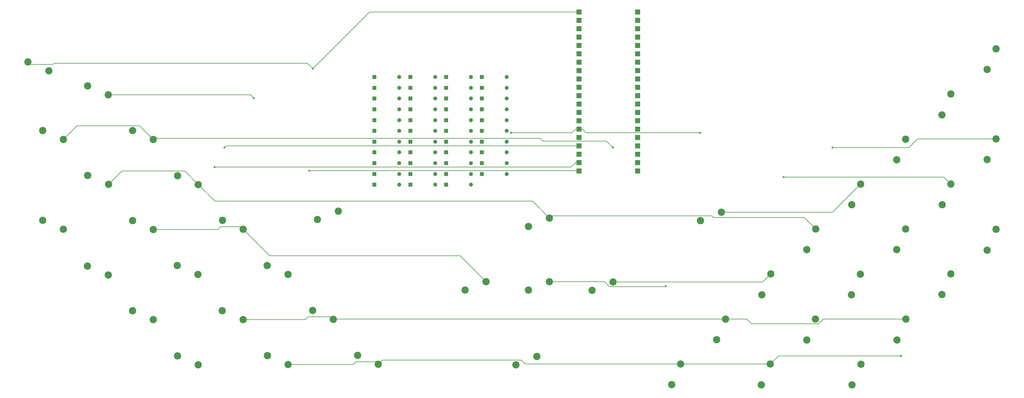
<source format=gbr>
%TF.GenerationSoftware,KiCad,Pcbnew,8.0.8*%
%TF.CreationDate,2025-06-15T20:35:26-04:00*%
%TF.ProjectId,keyboard meow,6b657962-6f61-4726-9420-6d656f772e6b,rev?*%
%TF.SameCoordinates,Original*%
%TF.FileFunction,Copper,L1,Top*%
%TF.FilePolarity,Positive*%
%FSLAX46Y46*%
G04 Gerber Fmt 4.6, Leading zero omitted, Abs format (unit mm)*
G04 Created by KiCad (PCBNEW 8.0.8) date 2025-06-15 20:35:26*
%MOMM*%
%LPD*%
G01*
G04 APERTURE LIST*
%TA.AperFunction,ComponentPad*%
%ADD10R,1.508000X1.508000*%
%TD*%
%TA.AperFunction,ComponentPad*%
%ADD11C,2.200000*%
%TD*%
%TA.AperFunction,ComponentPad*%
%ADD12C,1.238000*%
%TD*%
%TA.AperFunction,ComponentPad*%
%ADD13R,1.238000X1.238000*%
%TD*%
%TA.AperFunction,ViaPad*%
%ADD14C,0.600000*%
%TD*%
%TA.AperFunction,Conductor*%
%ADD15C,0.200000*%
%TD*%
G04 APERTURE END LIST*
D10*
%TO.P,U1,GP0,GP0*%
%TO.N,col1*%
X210286300Y-91528400D03*
%TO.P,U1,GP1,GP1*%
%TO.N,col2*%
X210286300Y-94068400D03*
%TO.P,U1,GND4,GND4*%
%TO.N,unconnected-(U1-PadGND4)*%
X210286300Y-96608400D03*
%TO.P,U1,GP2,GP2*%
%TO.N,col3*%
X210286300Y-99148400D03*
%TO.P,U1,GP3,GP3*%
%TO.N,col4*%
X210286300Y-101688400D03*
%TO.P,U1,GP4,GP4*%
%TO.N,col5*%
X210286300Y-104228400D03*
%TO.P,U1,GP5,GP5*%
%TO.N,row1*%
X210286300Y-106768400D03*
%TO.P,U1,GND5,GND5*%
%TO.N,unconnected-(U1-PadGND5)*%
X210286300Y-109308400D03*
%TO.P,U1,GP6,GP6*%
%TO.N,row3*%
X210286300Y-111848400D03*
%TO.P,U1,GP7,GP7*%
%TO.N,row4*%
X210286300Y-114388400D03*
%TO.P,U1,GP8,GP8*%
%TO.N,row5*%
X210286300Y-116928400D03*
%TO.P,U1,GP9,GP9*%
%TO.N,row6*%
X210286300Y-119468400D03*
%TO.P,U1,GND6,GND6*%
%TO.N,unconnected-(U1-PadGND6)*%
X210286300Y-122008400D03*
%TO.P,U1,GP10,GP10*%
%TO.N,row8*%
X210286300Y-124548400D03*
%TO.P,U1,GP11,GP11*%
%TO.N,col5*%
X210286300Y-127088400D03*
%TO.P,U1,GP12,GP12*%
%TO.N,row7*%
X210286300Y-129628400D03*
%TO.P,U1,GP13,GP13*%
%TO.N,1*%
X210286300Y-132168400D03*
%TO.P,U1,GND7,GND7*%
%TO.N,unconnected-(U1-PadGND7)*%
X210286300Y-134708400D03*
%TO.P,U1,GP14,GP14*%
%TO.N,2*%
X210286300Y-137248400D03*
%TO.P,U1,GP15,GP15*%
%TO.N,3*%
X210286300Y-139788400D03*
%TO.P,U1,VBUS,VBUS*%
%TO.N,unconnected-(U1-PadVBUS)*%
X228066300Y-91528400D03*
%TO.P,U1,VSYS,VSYS*%
%TO.N,unconnected-(U1-PadVSYS)*%
X228066300Y-94068400D03*
%TO.P,U1,GND,GND*%
%TO.N,unconnected-(U1-PadGND)*%
X228066300Y-96608400D03*
%TO.P,U1,3V3_EN,3V3_EN*%
%TO.N,unconnected-(U1-Pad3V3_EN)*%
X228066300Y-99148400D03*
%TO.P,U1,3V3,3V3*%
%TO.N,unconnected-(U1-Pad3V3)*%
X228066300Y-101688400D03*
%TO.P,U1,ADC_VREF,ADC_VREF*%
%TO.N,unconnected-(U1-PadADC_VREF)*%
X228066300Y-104228400D03*
%TO.P,U1,GP28_A2,GP28_A2*%
%TO.N,unconnected-(U1-PadGP28_A2)*%
X228066300Y-106768400D03*
%TO.P,U1,AGND,AGND*%
%TO.N,unconnected-(U1-PadAGND)*%
X228066300Y-109308400D03*
%TO.P,U1,GP27_A1,GP27_A1*%
%TO.N,unconnected-(U1-PadGP27_A1)*%
X228066300Y-111848400D03*
%TO.P,U1,GP26_A0,GP26_A0*%
%TO.N,unconnected-(U1-PadGP26_A0)*%
X228066300Y-114388400D03*
%TO.P,U1,RUN,RUN*%
%TO.N,unconnected-(U1-PadRUN)*%
X228066300Y-116928400D03*
%TO.P,U1,GP22,GP22*%
%TO.N,unconnected-(U1-PadGP22)*%
X228066300Y-119468400D03*
%TO.P,U1,GND2,GND2*%
%TO.N,unconnected-(U1-PadGND2)*%
X228066300Y-122008400D03*
%TO.P,U1,GP21,GP21*%
%TO.N,unconnected-(U1-PadGP21)*%
X228066300Y-124548400D03*
%TO.P,U1,GP20,GP20*%
%TO.N,unconnected-(U1-PadGP20)*%
X228066300Y-127088400D03*
%TO.P,U1,GP19,GP19*%
%TO.N,unconnected-(U1-PadGP19)*%
X228066300Y-129628400D03*
%TO.P,U1,GP18,GP18*%
%TO.N,unconnected-(U1-PadGP18)*%
X228066300Y-132168400D03*
%TO.P,U1,GND3,GND3*%
%TO.N,unconnected-(U1-PadGND3)*%
X228066300Y-134708400D03*
%TO.P,U1,GP17,GP17*%
%TO.N,unconnected-(U1-PadGP17)*%
X228066300Y-137248400D03*
%TO.P,U1,GP16,GP16*%
%TO.N,4*%
X228066300Y-139788400D03*
%TD*%
D11*
%TO.P,SW44,1,1*%
%TO.N,1*%
X94810500Y-198645800D03*
%TO.P,SW44,2,2*%
%TO.N,Net-(D43-A)*%
X88524321Y-195951723D03*
%TD*%
%TO.P,SW43,1,1*%
%TO.N,2*%
X94754600Y-171216200D03*
%TO.P,SW43,2,2*%
%TO.N,Net-(D42-A)*%
X88468421Y-168522123D03*
%TD*%
%TO.P,SW42,1,1*%
%TO.N,3*%
X122031900Y-171164100D03*
%TO.P,SW42,2,2*%
%TO.N,Net-(D21-A)*%
X115745721Y-168470023D03*
%TD*%
%TO.P,SW40,1,1*%
%TO.N,col5*%
X182109900Y-173422600D03*
%TO.P,SW40,2,2*%
%TO.N,Net-(D20-A)*%
X175759900Y-175962600D03*
%TD*%
%TO.P,SW39,1,1*%
%TO.N,col5*%
X253500500Y-152332300D03*
%TO.P,SW39,2,2*%
%TO.N,Net-(D19-A)*%
X247150500Y-154872300D03*
%TD*%
%TO.P,SW38,1,1*%
%TO.N,col5*%
X295754800Y-198436300D03*
%TO.P,SW38,2,2*%
%TO.N,Net-(D18-A)*%
X293060723Y-204722479D03*
%TD*%
%TO.P,SW37,1,1*%
%TO.N,col5*%
X282035200Y-184775500D03*
%TO.P,SW37,2,2*%
%TO.N,Net-(D17-A)*%
X279341123Y-191061679D03*
%TD*%
%TO.P,SW36,1,1*%
%TO.N,col5*%
X295734300Y-143769200D03*
%TO.P,SW36,2,2*%
%TO.N,Net-(D16-A)*%
X293040223Y-150055379D03*
%TD*%
%TO.P,SW35,1,1*%
%TO.N,col5*%
X81171800Y-184885700D03*
%TO.P,SW35,2,2*%
%TO.N,Net-(D15-A)*%
X74885621Y-182191623D03*
%TD*%
%TO.P,SW34,1,1*%
%TO.N,col5*%
X81171800Y-157542800D03*
%TO.P,SW34,2,2*%
%TO.N,Net-(D6-A)*%
X74885621Y-154848723D03*
%TD*%
%TO.P,SW33,1,1*%
%TO.N,col5*%
X108426700Y-157489500D03*
%TO.P,SW33,2,2*%
%TO.N,Net-(D5-A)*%
X102140521Y-154795423D03*
%TD*%
%TO.P,SW32,1,1*%
%TO.N,col4*%
X201316500Y-154068000D03*
%TO.P,SW32,2,2*%
%TO.N,Net-(D22-A)*%
X194966500Y-156608000D03*
%TD*%
%TO.P,SW31,1,1*%
%TO.N,col4*%
X197471600Y-196066500D03*
%TO.P,SW31,2,2*%
%TO.N,Net-(D23-A)*%
X191121600Y-198606500D03*
%TD*%
%TO.P,SW30,1,1*%
%TO.N,col4*%
X336797200Y-130033100D03*
%TO.P,SW30,2,2*%
%TO.N,Net-(D24-A)*%
X334103123Y-136319279D03*
%TD*%
%TO.P,SW29,1,1*%
%TO.N,col4*%
X336751000Y-102675300D03*
%TO.P,SW29,2,2*%
%TO.N,Net-(D25-A)*%
X334056923Y-108961479D03*
%TD*%
%TO.P,SW28,1,1*%
%TO.N,col4*%
X282094100Y-157384600D03*
%TO.P,SW28,2,2*%
%TO.N,Net-(D26-K)*%
X279400023Y-163670779D03*
%TD*%
%TO.P,SW27,1,1*%
%TO.N,col4*%
X67507100Y-171320200D03*
%TO.P,SW27,2,2*%
%TO.N,Net-(D14-A)*%
X61220921Y-168626123D03*
%TD*%
%TO.P,SW26,1,1*%
%TO.N,col4*%
X67587800Y-143854700D03*
%TO.P,SW26,2,2*%
%TO.N,Net-(D7-A)*%
X61301621Y-141160623D03*
%TD*%
%TO.P,SW25,1,1*%
%TO.N,col4*%
X94805400Y-143889400D03*
%TO.P,SW25,2,2*%
%TO.N,Net-(D4-A)*%
X88519221Y-141195323D03*
%TD*%
%TO.P,SW24,1,1*%
%TO.N,col3*%
X220578300Y-173448600D03*
%TO.P,SW24,2,2*%
%TO.N,Net-(D31-K)*%
X214228300Y-175988600D03*
%TD*%
%TO.P,SW23,1,1*%
%TO.N,col3*%
X336783300Y-157508500D03*
%TO.P,SW23,2,2*%
%TO.N,Net-(D30-K)*%
X334089223Y-163794679D03*
%TD*%
%TO.P,SW22,1,1*%
%TO.N,col3*%
X323088200Y-143772000D03*
%TO.P,SW22,2,2*%
%TO.N,Net-(D29-K)*%
X320394123Y-150058179D03*
%TD*%
%TO.P,SW21,1,1*%
%TO.N,col3*%
X323058300Y-116446400D03*
%TO.P,SW21,2,2*%
%TO.N,Net-(D28-K)*%
X320364223Y-122732579D03*
%TD*%
%TO.P,SW20,1,1*%
%TO.N,col3*%
X268433200Y-171045400D03*
%TO.P,SW20,2,2*%
%TO.N,Net-(D27-K)*%
X265739123Y-177331579D03*
%TD*%
%TO.P,SW19,1,1*%
%TO.N,col3*%
X53898300Y-157438700D03*
%TO.P,SW19,2,2*%
%TO.N,Net-(D13-A)*%
X47612121Y-154744623D03*
%TD*%
%TO.P,SW18,1,1*%
%TO.N,col3*%
X53933000Y-130234600D03*
%TO.P,SW18,2,2*%
%TO.N,Net-(D8-A)*%
X47646821Y-127540523D03*
%TD*%
%TO.P,SW17,1,1*%
%TO.N,col3*%
X81148700Y-130223000D03*
%TO.P,SW17,2,2*%
%TO.N,Net-(D3-A)*%
X74862521Y-127528923D03*
%TD*%
%TO.P,SW16,1,1*%
%TO.N,col2*%
X201319200Y-173413900D03*
%TO.P,SW16,2,2*%
%TO.N,Net-(D32-K)*%
X194969200Y-175953900D03*
%TD*%
%TO.P,SW15,1,1*%
%TO.N,col2*%
X323018300Y-171034600D03*
%TO.P,SW15,2,2*%
%TO.N,Net-(D33-K)*%
X320324223Y-177320779D03*
%TD*%
%TO.P,SW14,1,1*%
%TO.N,col2*%
X309367500Y-157397900D03*
%TO.P,SW14,2,2*%
%TO.N,Net-(D34-K)*%
X306673423Y-163684079D03*
%TD*%
%TO.P,SW13,1,1*%
%TO.N,col2*%
X268305900Y-198401600D03*
%TO.P,SW13,2,2*%
%TO.N,Net-(D35-K)*%
X265611823Y-204687779D03*
%TD*%
%TO.P,SW12,1,1*%
%TO.N,col2*%
X241089300Y-198358300D03*
%TO.P,SW12,2,2*%
%TO.N,Net-(D36-K)*%
X238395223Y-204644479D03*
%TD*%
%TO.P,SW11,1,1*%
%TO.N,col2*%
X122082700Y-198540400D03*
%TO.P,SW11,2,2*%
%TO.N,Net-(D12-A)*%
X115796521Y-195846323D03*
%TD*%
%TO.P,SW10,1,1*%
%TO.N,col2*%
X149421900Y-198438200D03*
%TO.P,SW10,2,2*%
%TO.N,Net-(D9-A)*%
X143135721Y-195744123D03*
%TD*%
%TO.P,SW9,1,1*%
%TO.N,col2*%
X67555600Y-116672400D03*
%TO.P,SW9,2,2*%
%TO.N,Net-(D2-A)*%
X61269421Y-113978323D03*
%TD*%
%TO.P,SW8,1,1*%
%TO.N,col1*%
X137294800Y-151994600D03*
%TO.P,SW8,2,2*%
%TO.N,Net-(D41-K)*%
X130944800Y-154534600D03*
%TD*%
%TO.P,SW7,1,1*%
%TO.N,col1*%
X309403600Y-184770900D03*
%TO.P,SW7,2,2*%
%TO.N,Net-(D40-K)*%
X306709523Y-191057079D03*
%TD*%
%TO.P,SW6,2,2*%
%TO.N,Net-(D39-K)*%
X292934623Y-177383679D03*
%TO.P,SW6,1,1*%
%TO.N,col1*%
X295628700Y-171097500D03*
%TD*%
%TO.P,SW5,1,1*%
%TO.N,col1*%
X309336900Y-130131900D03*
%TO.P,SW5,2,2*%
%TO.N,Net-(D38-K)*%
X306642823Y-136418079D03*
%TD*%
%TO.P,SW4,2,2*%
%TO.N,Net-(D37-K)*%
X252048123Y-191021379D03*
%TO.P,SW4,1,1*%
%TO.N,col1*%
X254742200Y-184735200D03*
%TD*%
%TO.P,SW3,1,1*%
%TO.N,col1*%
X108393300Y-184903000D03*
%TO.P,SW3,2,2*%
%TO.N,Net-(D11-A)*%
X102107121Y-182208923D03*
%TD*%
%TO.P,SW2,1,1*%
%TO.N,col1*%
X135770800Y-184798900D03*
%TO.P,SW2,2,2*%
%TO.N,Net-(D10-A)*%
X129484621Y-182104823D03*
%TD*%
%TO.P,SW1,2,2*%
%TO.N,Net-(D1-A)*%
X49466179Y-109374077D03*
%TO.P,SW1,1,1*%
%TO.N,col1*%
X43180000Y-106680000D03*
%TD*%
D12*
%TO.P,D43,A*%
%TO.N,N/C*%
X188376500Y-140689100D03*
D13*
%TO.P,D43,K*%
X180839500Y-140689100D03*
%TD*%
D12*
%TO.P,D42,A*%
%TO.N,N/C*%
X188376500Y-137419100D03*
D13*
%TO.P,D42,K*%
X180839500Y-137419100D03*
%TD*%
D12*
%TO.P,D41,A*%
%TO.N,N/C*%
X188376500Y-134149100D03*
D13*
%TO.P,D41,K*%
X180839500Y-134149100D03*
%TD*%
D12*
%TO.P,D40,A*%
%TO.N,N/C*%
X188376500Y-130879100D03*
D13*
%TO.P,D40,K*%
X180839500Y-130879100D03*
%TD*%
D12*
%TO.P,D39,A*%
%TO.N,N/C*%
X188376500Y-127609100D03*
D13*
%TO.P,D39,K*%
X180839500Y-127609100D03*
%TD*%
D12*
%TO.P,D38,A*%
%TO.N,N/C*%
X188376500Y-124339100D03*
D13*
%TO.P,D38,K*%
X180839500Y-124339100D03*
%TD*%
D12*
%TO.P,D37,A*%
%TO.N,N/C*%
X188376500Y-121069100D03*
D13*
%TO.P,D37,K*%
X180839500Y-121069100D03*
%TD*%
D12*
%TO.P,D36,A*%
%TO.N,N/C*%
X188376500Y-117799100D03*
D13*
%TO.P,D36,K*%
X180839500Y-117799100D03*
%TD*%
D12*
%TO.P,D35,A*%
%TO.N,N/C*%
X188376500Y-114529100D03*
D13*
%TO.P,D35,K*%
X180839500Y-114529100D03*
%TD*%
D12*
%TO.P,D34,A*%
%TO.N,N/C*%
X188376500Y-111259100D03*
D13*
%TO.P,D34,K*%
X180839500Y-111259100D03*
%TD*%
D12*
%TO.P,D33,A*%
%TO.N,N/C*%
X177514000Y-143959100D03*
D13*
%TO.P,D33,K*%
X169977000Y-143959100D03*
%TD*%
D12*
%TO.P,D32,A*%
%TO.N,N/C*%
X177514000Y-140689100D03*
D13*
%TO.P,D32,K*%
X169977000Y-140689100D03*
%TD*%
D12*
%TO.P,D31,A*%
%TO.N,N/C*%
X177514000Y-137419100D03*
D13*
%TO.P,D31,K*%
X169977000Y-137419100D03*
%TD*%
D12*
%TO.P,D30,A*%
%TO.N,N/C*%
X177514000Y-134149100D03*
D13*
%TO.P,D30,K*%
X169977000Y-134149100D03*
%TD*%
D12*
%TO.P,D29,A*%
%TO.N,N/C*%
X177514000Y-130879100D03*
D13*
%TO.P,D29,K*%
X169977000Y-130879100D03*
%TD*%
D12*
%TO.P,D28,A*%
%TO.N,N/C*%
X177514000Y-127609100D03*
D13*
%TO.P,D28,K*%
X169977000Y-127609100D03*
%TD*%
D12*
%TO.P,D27,A*%
%TO.N,N/C*%
X177514000Y-124339100D03*
D13*
%TO.P,D27,K*%
X169977000Y-124339100D03*
%TD*%
D12*
%TO.P,D26,A*%
%TO.N,N/C*%
X177514000Y-121069100D03*
D13*
%TO.P,D26,K*%
X169977000Y-121069100D03*
%TD*%
D12*
%TO.P,D25,A*%
%TO.N,N/C*%
X177514000Y-117799100D03*
D13*
%TO.P,D25,K*%
X169977000Y-117799100D03*
%TD*%
D12*
%TO.P,D24,A*%
%TO.N,N/C*%
X177514000Y-114529100D03*
D13*
%TO.P,D24,K*%
X169977000Y-114529100D03*
%TD*%
D12*
%TO.P,D23,A*%
%TO.N,N/C*%
X177514000Y-111259100D03*
D13*
%TO.P,D23,K*%
X169977000Y-111259100D03*
%TD*%
D12*
%TO.P,D22,A*%
%TO.N,N/C*%
X166651500Y-143959100D03*
D13*
%TO.P,D22,K*%
X159114500Y-143959100D03*
%TD*%
D12*
%TO.P,D21,A*%
%TO.N,N/C*%
X166651500Y-140689100D03*
D13*
%TO.P,D21,K*%
X159114500Y-140689100D03*
%TD*%
D12*
%TO.P,D20,A*%
%TO.N,N/C*%
X166651500Y-137419100D03*
D13*
%TO.P,D20,K*%
X159114500Y-137419100D03*
%TD*%
D12*
%TO.P,D19,A*%
%TO.N,N/C*%
X166651500Y-134149100D03*
D13*
%TO.P,D19,K*%
X159114500Y-134149100D03*
%TD*%
D12*
%TO.P,D18,A*%
%TO.N,N/C*%
X166651500Y-130879100D03*
D13*
%TO.P,D18,K*%
X159114500Y-130879100D03*
%TD*%
D12*
%TO.P,D17,A*%
%TO.N,N/C*%
X166651500Y-127609100D03*
D13*
%TO.P,D17,K*%
X159114500Y-127609100D03*
%TD*%
D12*
%TO.P,D16,A*%
%TO.N,N/C*%
X166651500Y-124339100D03*
D13*
%TO.P,D16,K*%
X159114500Y-124339100D03*
%TD*%
D12*
%TO.P,D15,A*%
%TO.N,N/C*%
X166651500Y-121069100D03*
D13*
%TO.P,D15,K*%
X159114500Y-121069100D03*
%TD*%
D12*
%TO.P,D14,A*%
%TO.N,N/C*%
X166651500Y-117799100D03*
D13*
%TO.P,D14,K*%
X159114500Y-117799100D03*
%TD*%
D12*
%TO.P,D13,A*%
%TO.N,N/C*%
X166651500Y-114529100D03*
D13*
%TO.P,D13,K*%
X159114500Y-114529100D03*
%TD*%
D12*
%TO.P,D12,A*%
%TO.N,N/C*%
X166651500Y-111259100D03*
D13*
%TO.P,D12,K*%
X159114500Y-111259100D03*
%TD*%
D12*
%TO.P,D11,A*%
%TO.N,N/C*%
X155789000Y-143959100D03*
D13*
%TO.P,D11,K*%
X148252000Y-143959100D03*
%TD*%
D12*
%TO.P,D10,A*%
%TO.N,N/C*%
X155789000Y-140689100D03*
D13*
%TO.P,D10,K*%
X148252000Y-140689100D03*
%TD*%
D12*
%TO.P,D9,A*%
%TO.N,N/C*%
X155789000Y-137419100D03*
D13*
%TO.P,D9,K*%
X148252000Y-137419100D03*
%TD*%
D12*
%TO.P,D8,A*%
%TO.N,N/C*%
X155789000Y-134149100D03*
D13*
%TO.P,D8,K*%
X148252000Y-134149100D03*
%TD*%
D12*
%TO.P,D7,A*%
%TO.N,N/C*%
X155789000Y-130879100D03*
D13*
%TO.P,D7,K*%
X148252000Y-130879100D03*
%TD*%
D12*
%TO.P,D6,A*%
%TO.N,N/C*%
X155789000Y-127609100D03*
D13*
%TO.P,D6,K*%
X148252000Y-127609100D03*
%TD*%
D12*
%TO.P,D5,A*%
%TO.N,N/C*%
X155789000Y-124339100D03*
D13*
%TO.P,D5,K*%
X148252000Y-124339100D03*
%TD*%
D12*
%TO.P,D4,A*%
%TO.N,N/C*%
X155789000Y-121069100D03*
D13*
%TO.P,D4,K*%
X148252000Y-121069100D03*
%TD*%
D12*
%TO.P,D3,A*%
%TO.N,N/C*%
X155789000Y-117799100D03*
D13*
%TO.P,D3,K*%
X148252000Y-117799100D03*
%TD*%
D12*
%TO.P,D2,A*%
%TO.N,N/C*%
X155789000Y-114529100D03*
D13*
%TO.P,D2,K*%
X148252000Y-114529100D03*
%TD*%
D12*
%TO.P,D1,A*%
%TO.N,N/C*%
X155789000Y-111259100D03*
D13*
%TO.P,D1,K*%
X148252000Y-111259100D03*
%TD*%
D14*
%TO.N,1*%
X102796300Y-132647000D03*
%TO.N,2*%
X99822200Y-138631000D03*
%TO.N,3*%
X128517800Y-139694300D03*
%TO.N,col5*%
X247046100Y-128144100D03*
X189591200Y-128202200D03*
%TO.N,col4*%
X287190500Y-132647000D03*
%TO.N,col3*%
X220578300Y-132647000D03*
X272320000Y-141623000D03*
%TO.N,col2*%
X236630800Y-174789800D03*
X111718600Y-117687000D03*
X308009200Y-195913100D03*
%TO.N,col1*%
X129563200Y-108711000D03*
%TD*%
D15*
%TO.N,1*%
X103274900Y-132168400D02*
X102796300Y-132647000D01*
X210286300Y-132168400D02*
X103274900Y-132168400D01*
%TO.N,2*%
X207848000Y-138631000D02*
X99822200Y-138631000D01*
X209230600Y-137248400D02*
X207848000Y-138631000D01*
X210286300Y-137248400D02*
X209230600Y-137248400D01*
%TO.N,3*%
X209136500Y-139694300D02*
X128517800Y-139694300D01*
X209230600Y-139788400D02*
X209136500Y-139694300D01*
X210286300Y-139788400D02*
X209230600Y-139788400D01*
%TO.N,col5*%
X100767000Y-157542800D02*
X81171800Y-157542800D01*
X101581100Y-156728700D02*
X100767000Y-157542800D01*
X107665900Y-156728700D02*
X101581100Y-156728700D01*
X108426700Y-157489500D02*
X107665900Y-156728700D01*
X212397700Y-128144100D02*
X247046100Y-128144100D01*
X211342000Y-127088400D02*
X212397700Y-128144100D01*
X210286300Y-127088400D02*
X211342000Y-127088400D01*
X287171200Y-152332300D02*
X295734300Y-143769200D01*
X253500500Y-152332300D02*
X287171200Y-152332300D01*
X208116800Y-128202200D02*
X209230600Y-127088400D01*
X189591200Y-128202200D02*
X208116800Y-128202200D01*
X210286300Y-127088400D02*
X209230600Y-127088400D01*
X174236200Y-165548900D02*
X182109900Y-173422600D01*
X116486100Y-165548900D02*
X174236200Y-165548900D01*
X108426700Y-157489500D02*
X116486100Y-165548900D01*
%TO.N,col4*%
X278626700Y-153917200D02*
X282094100Y-157384600D01*
X251071900Y-153917200D02*
X278626700Y-153917200D01*
X250608600Y-153453900D02*
X251071900Y-153917200D01*
X201930600Y-153453900D02*
X250608600Y-153453900D01*
X201316500Y-154068000D02*
X201930600Y-153453900D01*
X90706400Y-139790400D02*
X94805400Y-143889400D01*
X71652100Y-139790400D02*
X90706400Y-139790400D01*
X67587800Y-143854700D02*
X71652100Y-139790400D01*
X196205500Y-148957000D02*
X201316500Y-154068000D01*
X99873000Y-148957000D02*
X196205500Y-148957000D01*
X94805400Y-143889400D02*
X99873000Y-148957000D01*
X310399700Y-132647000D02*
X287190500Y-132647000D01*
X313013600Y-130033100D02*
X310399700Y-132647000D01*
X336797200Y-130033100D02*
X313013600Y-130033100D01*
%TO.N,col3*%
X266030000Y-173448600D02*
X220578300Y-173448600D01*
X268433200Y-171045400D02*
X266030000Y-173448600D01*
X77009300Y-126083600D02*
X81148700Y-130223000D01*
X58084000Y-126083600D02*
X77009300Y-126083600D01*
X53933000Y-130234600D02*
X58084000Y-126083600D01*
X218615400Y-130684100D02*
X220578300Y-132647000D01*
X199253000Y-130684100D02*
X218615400Y-130684100D01*
X198479800Y-129910900D02*
X199253000Y-130684100D01*
X81460800Y-129910900D02*
X198479800Y-129910900D01*
X81148700Y-130223000D02*
X81460800Y-129910900D01*
X320939200Y-141623000D02*
X323088200Y-143772000D01*
X272320000Y-141623000D02*
X320939200Y-141623000D01*
%TO.N,col2*%
X241132600Y-198401600D02*
X241089300Y-198358300D01*
X268305900Y-198401600D02*
X241132600Y-198401600D01*
X236534200Y-174886400D02*
X236630800Y-174789800D01*
X219516500Y-174886400D02*
X236534200Y-174886400D01*
X218044000Y-173413900D02*
X219516500Y-174886400D01*
X201319200Y-173413900D02*
X218044000Y-173413900D01*
X110704000Y-116672400D02*
X111718600Y-117687000D01*
X67555600Y-116672400D02*
X110704000Y-116672400D01*
X141713300Y-198540400D02*
X122082700Y-198540400D01*
X142576300Y-197677400D02*
X141713300Y-198540400D01*
X148661100Y-197677400D02*
X142576300Y-197677400D01*
X149421900Y-198438200D02*
X148661100Y-197677400D01*
X150696300Y-197163800D02*
X149421900Y-198438200D01*
X192742800Y-197163800D02*
X150696300Y-197163800D01*
X193937300Y-198358300D02*
X192742800Y-197163800D01*
X241089300Y-198358300D02*
X193937300Y-198358300D01*
X270794400Y-195913100D02*
X268305900Y-198401600D01*
X308009200Y-195913100D02*
X270794400Y-195913100D01*
%TO.N,col1*%
X127923600Y-107071400D02*
X129563200Y-108711000D01*
X51122900Y-107071400D02*
X127923600Y-107071400D01*
X50753600Y-107440700D02*
X51122900Y-107071400D01*
X43940700Y-107440700D02*
X50753600Y-107440700D01*
X43180000Y-106680000D02*
X43940700Y-107440700D01*
X146745800Y-91528400D02*
X210286300Y-91528400D01*
X129563200Y-108711000D02*
X146745800Y-91528400D01*
X261173000Y-184735200D02*
X254742200Y-184735200D01*
X262636900Y-186199100D02*
X261173000Y-184735200D01*
X282958400Y-186199100D02*
X262636900Y-186199100D01*
X284386600Y-184770900D02*
X282958400Y-186199100D01*
X309403600Y-184770900D02*
X284386600Y-184770900D01*
X127332400Y-184903000D02*
X108393300Y-184903000D01*
X128197300Y-184038100D02*
X127332400Y-184903000D01*
X135073700Y-184038100D02*
X128197300Y-184038100D01*
X135770800Y-184735200D02*
X135073700Y-184038100D01*
X135770800Y-184735200D02*
X254742200Y-184735200D01*
X135770800Y-184798900D02*
X135770800Y-184735200D01*
%TD*%
M02*

</source>
